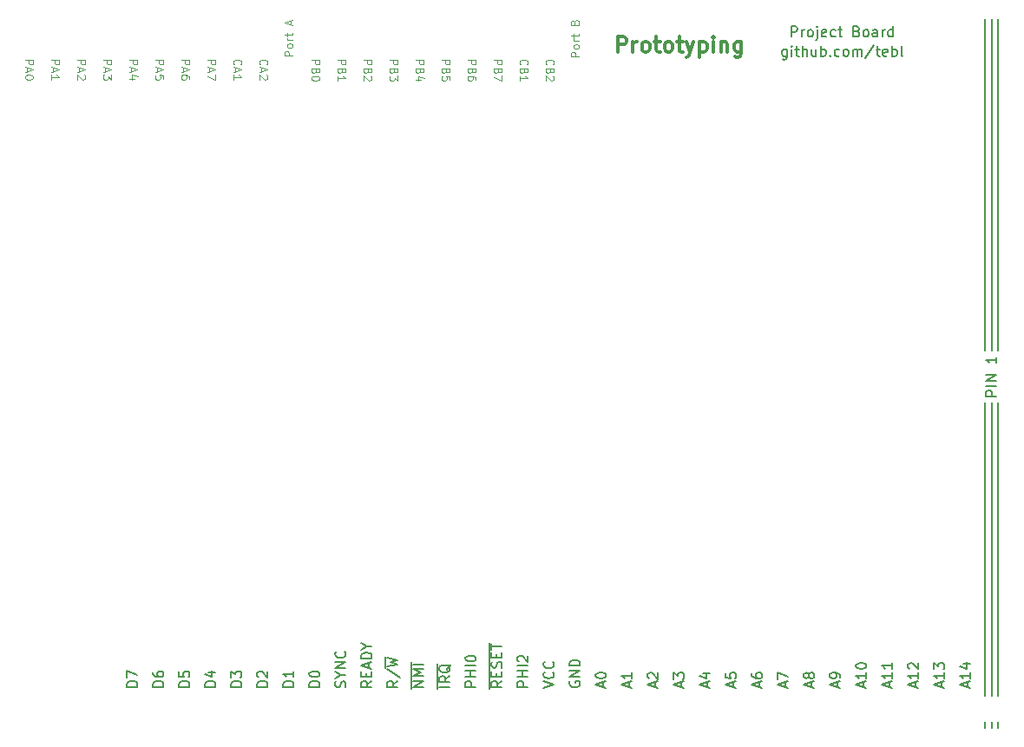
<source format=gto>
G04 #@! TF.FileFunction,Legend,Top*
%FSLAX46Y46*%
G04 Gerber Fmt 4.6, Leading zero omitted, Abs format (unit mm)*
G04 Created by KiCad (PCBNEW 4.0.7) date 12/31/19 01:04:41*
%MOMM*%
%LPD*%
G01*
G04 APERTURE LIST*
%ADD10C,0.100000*%
%ADD11C,0.150000*%
%ADD12C,0.200000*%
%ADD13C,0.300000*%
G04 APERTURE END LIST*
D10*
D11*
X195746667Y-143319524D02*
X195746667Y-142843333D01*
X196032381Y-143414762D02*
X195032381Y-143081429D01*
X196032381Y-142748095D01*
X196032381Y-141890952D02*
X196032381Y-142462381D01*
X196032381Y-142176667D02*
X195032381Y-142176667D01*
X195175238Y-142271905D01*
X195270476Y-142367143D01*
X195318095Y-142462381D01*
X195365714Y-141033809D02*
X196032381Y-141033809D01*
X194984762Y-141271905D02*
X195699048Y-141510000D01*
X195699048Y-140890952D01*
D12*
X198755000Y-110490000D02*
X198755000Y-80010000D01*
X198120000Y-80010000D02*
X198120000Y-110490000D01*
X197485000Y-110490000D02*
X197485000Y-80010000D01*
X198755000Y-146685000D02*
X198755000Y-147320000D01*
X198120000Y-146685000D02*
X198120000Y-147320000D01*
X197485000Y-146685000D02*
X197485000Y-147320000D01*
X198755000Y-115570000D02*
X198755000Y-144145000D01*
X198120000Y-144145000D02*
X198120000Y-115570000D01*
X197485000Y-115570000D02*
X197485000Y-144145000D01*
X198755000Y-80010000D02*
X198755000Y-78105000D01*
X198120000Y-80010000D02*
X198120000Y-78105000D01*
X197485000Y-80010000D02*
X197485000Y-78105000D01*
D10*
X126714286Y-82562619D02*
X126676190Y-82524524D01*
X126638095Y-82410238D01*
X126638095Y-82334048D01*
X126676190Y-82219762D01*
X126752381Y-82143571D01*
X126828571Y-82105476D01*
X126980952Y-82067381D01*
X127095238Y-82067381D01*
X127247619Y-82105476D01*
X127323810Y-82143571D01*
X127400000Y-82219762D01*
X127438095Y-82334048D01*
X127438095Y-82410238D01*
X127400000Y-82524524D01*
X127361905Y-82562619D01*
X126866667Y-82867381D02*
X126866667Y-83248333D01*
X126638095Y-82791190D02*
X127438095Y-83057857D01*
X126638095Y-83324524D01*
X127361905Y-83553095D02*
X127400000Y-83591190D01*
X127438095Y-83667381D01*
X127438095Y-83857857D01*
X127400000Y-83934047D01*
X127361905Y-83972143D01*
X127285714Y-84010238D01*
X127209524Y-84010238D01*
X127095238Y-83972143D01*
X126638095Y-83515000D01*
X126638095Y-84010238D01*
X124174286Y-82562619D02*
X124136190Y-82524524D01*
X124098095Y-82410238D01*
X124098095Y-82334048D01*
X124136190Y-82219762D01*
X124212381Y-82143571D01*
X124288571Y-82105476D01*
X124440952Y-82067381D01*
X124555238Y-82067381D01*
X124707619Y-82105476D01*
X124783810Y-82143571D01*
X124860000Y-82219762D01*
X124898095Y-82334048D01*
X124898095Y-82410238D01*
X124860000Y-82524524D01*
X124821905Y-82562619D01*
X124326667Y-82867381D02*
X124326667Y-83248333D01*
X124098095Y-82791190D02*
X124898095Y-83057857D01*
X124098095Y-83324524D01*
X124098095Y-84010238D02*
X124098095Y-83553095D01*
X124098095Y-83781666D02*
X124898095Y-83781666D01*
X124783810Y-83705476D01*
X124707619Y-83629285D01*
X124669524Y-83553095D01*
X121558095Y-82105476D02*
X122358095Y-82105476D01*
X122358095Y-82410238D01*
X122320000Y-82486429D01*
X122281905Y-82524524D01*
X122205714Y-82562619D01*
X122091429Y-82562619D01*
X122015238Y-82524524D01*
X121977143Y-82486429D01*
X121939048Y-82410238D01*
X121939048Y-82105476D01*
X121786667Y-82867381D02*
X121786667Y-83248333D01*
X121558095Y-82791190D02*
X122358095Y-83057857D01*
X121558095Y-83324524D01*
X122358095Y-83515000D02*
X122358095Y-84048333D01*
X121558095Y-83705476D01*
X119018095Y-82105476D02*
X119818095Y-82105476D01*
X119818095Y-82410238D01*
X119780000Y-82486429D01*
X119741905Y-82524524D01*
X119665714Y-82562619D01*
X119551429Y-82562619D01*
X119475238Y-82524524D01*
X119437143Y-82486429D01*
X119399048Y-82410238D01*
X119399048Y-82105476D01*
X119246667Y-82867381D02*
X119246667Y-83248333D01*
X119018095Y-82791190D02*
X119818095Y-83057857D01*
X119018095Y-83324524D01*
X119818095Y-83934047D02*
X119818095Y-83781666D01*
X119780000Y-83705476D01*
X119741905Y-83667381D01*
X119627619Y-83591190D01*
X119475238Y-83553095D01*
X119170476Y-83553095D01*
X119094286Y-83591190D01*
X119056190Y-83629285D01*
X119018095Y-83705476D01*
X119018095Y-83857857D01*
X119056190Y-83934047D01*
X119094286Y-83972143D01*
X119170476Y-84010238D01*
X119360952Y-84010238D01*
X119437143Y-83972143D01*
X119475238Y-83934047D01*
X119513333Y-83857857D01*
X119513333Y-83705476D01*
X119475238Y-83629285D01*
X119437143Y-83591190D01*
X119360952Y-83553095D01*
X116478095Y-82105476D02*
X117278095Y-82105476D01*
X117278095Y-82410238D01*
X117240000Y-82486429D01*
X117201905Y-82524524D01*
X117125714Y-82562619D01*
X117011429Y-82562619D01*
X116935238Y-82524524D01*
X116897143Y-82486429D01*
X116859048Y-82410238D01*
X116859048Y-82105476D01*
X116706667Y-82867381D02*
X116706667Y-83248333D01*
X116478095Y-82791190D02*
X117278095Y-83057857D01*
X116478095Y-83324524D01*
X117278095Y-83972143D02*
X117278095Y-83591190D01*
X116897143Y-83553095D01*
X116935238Y-83591190D01*
X116973333Y-83667381D01*
X116973333Y-83857857D01*
X116935238Y-83934047D01*
X116897143Y-83972143D01*
X116820952Y-84010238D01*
X116630476Y-84010238D01*
X116554286Y-83972143D01*
X116516190Y-83934047D01*
X116478095Y-83857857D01*
X116478095Y-83667381D01*
X116516190Y-83591190D01*
X116554286Y-83553095D01*
X113938095Y-82105476D02*
X114738095Y-82105476D01*
X114738095Y-82410238D01*
X114700000Y-82486429D01*
X114661905Y-82524524D01*
X114585714Y-82562619D01*
X114471429Y-82562619D01*
X114395238Y-82524524D01*
X114357143Y-82486429D01*
X114319048Y-82410238D01*
X114319048Y-82105476D01*
X114166667Y-82867381D02*
X114166667Y-83248333D01*
X113938095Y-82791190D02*
X114738095Y-83057857D01*
X113938095Y-83324524D01*
X114471429Y-83934047D02*
X113938095Y-83934047D01*
X114776190Y-83743571D02*
X114204762Y-83553095D01*
X114204762Y-84048333D01*
X111398095Y-82105476D02*
X112198095Y-82105476D01*
X112198095Y-82410238D01*
X112160000Y-82486429D01*
X112121905Y-82524524D01*
X112045714Y-82562619D01*
X111931429Y-82562619D01*
X111855238Y-82524524D01*
X111817143Y-82486429D01*
X111779048Y-82410238D01*
X111779048Y-82105476D01*
X111626667Y-82867381D02*
X111626667Y-83248333D01*
X111398095Y-82791190D02*
X112198095Y-83057857D01*
X111398095Y-83324524D01*
X112198095Y-83515000D02*
X112198095Y-84010238D01*
X111893333Y-83743571D01*
X111893333Y-83857857D01*
X111855238Y-83934047D01*
X111817143Y-83972143D01*
X111740952Y-84010238D01*
X111550476Y-84010238D01*
X111474286Y-83972143D01*
X111436190Y-83934047D01*
X111398095Y-83857857D01*
X111398095Y-83629285D01*
X111436190Y-83553095D01*
X111474286Y-83515000D01*
X108858095Y-82105476D02*
X109658095Y-82105476D01*
X109658095Y-82410238D01*
X109620000Y-82486429D01*
X109581905Y-82524524D01*
X109505714Y-82562619D01*
X109391429Y-82562619D01*
X109315238Y-82524524D01*
X109277143Y-82486429D01*
X109239048Y-82410238D01*
X109239048Y-82105476D01*
X109086667Y-82867381D02*
X109086667Y-83248333D01*
X108858095Y-82791190D02*
X109658095Y-83057857D01*
X108858095Y-83324524D01*
X109581905Y-83553095D02*
X109620000Y-83591190D01*
X109658095Y-83667381D01*
X109658095Y-83857857D01*
X109620000Y-83934047D01*
X109581905Y-83972143D01*
X109505714Y-84010238D01*
X109429524Y-84010238D01*
X109315238Y-83972143D01*
X108858095Y-83515000D01*
X108858095Y-84010238D01*
X106318095Y-82105476D02*
X107118095Y-82105476D01*
X107118095Y-82410238D01*
X107080000Y-82486429D01*
X107041905Y-82524524D01*
X106965714Y-82562619D01*
X106851429Y-82562619D01*
X106775238Y-82524524D01*
X106737143Y-82486429D01*
X106699048Y-82410238D01*
X106699048Y-82105476D01*
X106546667Y-82867381D02*
X106546667Y-83248333D01*
X106318095Y-82791190D02*
X107118095Y-83057857D01*
X106318095Y-83324524D01*
X106318095Y-84010238D02*
X106318095Y-83553095D01*
X106318095Y-83781666D02*
X107118095Y-83781666D01*
X107003810Y-83705476D01*
X106927619Y-83629285D01*
X106889524Y-83553095D01*
X103778095Y-82105476D02*
X104578095Y-82105476D01*
X104578095Y-82410238D01*
X104540000Y-82486429D01*
X104501905Y-82524524D01*
X104425714Y-82562619D01*
X104311429Y-82562619D01*
X104235238Y-82524524D01*
X104197143Y-82486429D01*
X104159048Y-82410238D01*
X104159048Y-82105476D01*
X104006667Y-82867381D02*
X104006667Y-83248333D01*
X103778095Y-82791190D02*
X104578095Y-83057857D01*
X103778095Y-83324524D01*
X104578095Y-83743571D02*
X104578095Y-83819762D01*
X104540000Y-83895952D01*
X104501905Y-83934047D01*
X104425714Y-83972143D01*
X104273333Y-84010238D01*
X104082857Y-84010238D01*
X103930476Y-83972143D01*
X103854286Y-83934047D01*
X103816190Y-83895952D01*
X103778095Y-83819762D01*
X103778095Y-83743571D01*
X103816190Y-83667381D01*
X103854286Y-83629285D01*
X103930476Y-83591190D01*
X104082857Y-83553095D01*
X104273333Y-83553095D01*
X104425714Y-83591190D01*
X104501905Y-83629285D01*
X104540000Y-83667381D01*
X104578095Y-83743571D01*
X154654286Y-82562619D02*
X154616190Y-82524524D01*
X154578095Y-82410238D01*
X154578095Y-82334048D01*
X154616190Y-82219762D01*
X154692381Y-82143571D01*
X154768571Y-82105476D01*
X154920952Y-82067381D01*
X155035238Y-82067381D01*
X155187619Y-82105476D01*
X155263810Y-82143571D01*
X155340000Y-82219762D01*
X155378095Y-82334048D01*
X155378095Y-82410238D01*
X155340000Y-82524524D01*
X155301905Y-82562619D01*
X154997143Y-83172143D02*
X154959048Y-83286429D01*
X154920952Y-83324524D01*
X154844762Y-83362619D01*
X154730476Y-83362619D01*
X154654286Y-83324524D01*
X154616190Y-83286429D01*
X154578095Y-83210238D01*
X154578095Y-82905476D01*
X155378095Y-82905476D01*
X155378095Y-83172143D01*
X155340000Y-83248333D01*
X155301905Y-83286429D01*
X155225714Y-83324524D01*
X155149524Y-83324524D01*
X155073333Y-83286429D01*
X155035238Y-83248333D01*
X154997143Y-83172143D01*
X154997143Y-82905476D01*
X155301905Y-83667381D02*
X155340000Y-83705476D01*
X155378095Y-83781667D01*
X155378095Y-83972143D01*
X155340000Y-84048333D01*
X155301905Y-84086429D01*
X155225714Y-84124524D01*
X155149524Y-84124524D01*
X155035238Y-84086429D01*
X154578095Y-83629286D01*
X154578095Y-84124524D01*
X152114286Y-82562619D02*
X152076190Y-82524524D01*
X152038095Y-82410238D01*
X152038095Y-82334048D01*
X152076190Y-82219762D01*
X152152381Y-82143571D01*
X152228571Y-82105476D01*
X152380952Y-82067381D01*
X152495238Y-82067381D01*
X152647619Y-82105476D01*
X152723810Y-82143571D01*
X152800000Y-82219762D01*
X152838095Y-82334048D01*
X152838095Y-82410238D01*
X152800000Y-82524524D01*
X152761905Y-82562619D01*
X152457143Y-83172143D02*
X152419048Y-83286429D01*
X152380952Y-83324524D01*
X152304762Y-83362619D01*
X152190476Y-83362619D01*
X152114286Y-83324524D01*
X152076190Y-83286429D01*
X152038095Y-83210238D01*
X152038095Y-82905476D01*
X152838095Y-82905476D01*
X152838095Y-83172143D01*
X152800000Y-83248333D01*
X152761905Y-83286429D01*
X152685714Y-83324524D01*
X152609524Y-83324524D01*
X152533333Y-83286429D01*
X152495238Y-83248333D01*
X152457143Y-83172143D01*
X152457143Y-82905476D01*
X152038095Y-84124524D02*
X152038095Y-83667381D01*
X152038095Y-83895952D02*
X152838095Y-83895952D01*
X152723810Y-83819762D01*
X152647619Y-83743571D01*
X152609524Y-83667381D01*
X149498095Y-82105476D02*
X150298095Y-82105476D01*
X150298095Y-82410238D01*
X150260000Y-82486429D01*
X150221905Y-82524524D01*
X150145714Y-82562619D01*
X150031429Y-82562619D01*
X149955238Y-82524524D01*
X149917143Y-82486429D01*
X149879048Y-82410238D01*
X149879048Y-82105476D01*
X149917143Y-83172143D02*
X149879048Y-83286429D01*
X149840952Y-83324524D01*
X149764762Y-83362619D01*
X149650476Y-83362619D01*
X149574286Y-83324524D01*
X149536190Y-83286429D01*
X149498095Y-83210238D01*
X149498095Y-82905476D01*
X150298095Y-82905476D01*
X150298095Y-83172143D01*
X150260000Y-83248333D01*
X150221905Y-83286429D01*
X150145714Y-83324524D01*
X150069524Y-83324524D01*
X149993333Y-83286429D01*
X149955238Y-83248333D01*
X149917143Y-83172143D01*
X149917143Y-82905476D01*
X150298095Y-83629286D02*
X150298095Y-84162619D01*
X149498095Y-83819762D01*
X146958095Y-82105476D02*
X147758095Y-82105476D01*
X147758095Y-82410238D01*
X147720000Y-82486429D01*
X147681905Y-82524524D01*
X147605714Y-82562619D01*
X147491429Y-82562619D01*
X147415238Y-82524524D01*
X147377143Y-82486429D01*
X147339048Y-82410238D01*
X147339048Y-82105476D01*
X147377143Y-83172143D02*
X147339048Y-83286429D01*
X147300952Y-83324524D01*
X147224762Y-83362619D01*
X147110476Y-83362619D01*
X147034286Y-83324524D01*
X146996190Y-83286429D01*
X146958095Y-83210238D01*
X146958095Y-82905476D01*
X147758095Y-82905476D01*
X147758095Y-83172143D01*
X147720000Y-83248333D01*
X147681905Y-83286429D01*
X147605714Y-83324524D01*
X147529524Y-83324524D01*
X147453333Y-83286429D01*
X147415238Y-83248333D01*
X147377143Y-83172143D01*
X147377143Y-82905476D01*
X147758095Y-84048333D02*
X147758095Y-83895952D01*
X147720000Y-83819762D01*
X147681905Y-83781667D01*
X147567619Y-83705476D01*
X147415238Y-83667381D01*
X147110476Y-83667381D01*
X147034286Y-83705476D01*
X146996190Y-83743571D01*
X146958095Y-83819762D01*
X146958095Y-83972143D01*
X146996190Y-84048333D01*
X147034286Y-84086429D01*
X147110476Y-84124524D01*
X147300952Y-84124524D01*
X147377143Y-84086429D01*
X147415238Y-84048333D01*
X147453333Y-83972143D01*
X147453333Y-83819762D01*
X147415238Y-83743571D01*
X147377143Y-83705476D01*
X147300952Y-83667381D01*
X144418095Y-82105476D02*
X145218095Y-82105476D01*
X145218095Y-82410238D01*
X145180000Y-82486429D01*
X145141905Y-82524524D01*
X145065714Y-82562619D01*
X144951429Y-82562619D01*
X144875238Y-82524524D01*
X144837143Y-82486429D01*
X144799048Y-82410238D01*
X144799048Y-82105476D01*
X144837143Y-83172143D02*
X144799048Y-83286429D01*
X144760952Y-83324524D01*
X144684762Y-83362619D01*
X144570476Y-83362619D01*
X144494286Y-83324524D01*
X144456190Y-83286429D01*
X144418095Y-83210238D01*
X144418095Y-82905476D01*
X145218095Y-82905476D01*
X145218095Y-83172143D01*
X145180000Y-83248333D01*
X145141905Y-83286429D01*
X145065714Y-83324524D01*
X144989524Y-83324524D01*
X144913333Y-83286429D01*
X144875238Y-83248333D01*
X144837143Y-83172143D01*
X144837143Y-82905476D01*
X145218095Y-84086429D02*
X145218095Y-83705476D01*
X144837143Y-83667381D01*
X144875238Y-83705476D01*
X144913333Y-83781667D01*
X144913333Y-83972143D01*
X144875238Y-84048333D01*
X144837143Y-84086429D01*
X144760952Y-84124524D01*
X144570476Y-84124524D01*
X144494286Y-84086429D01*
X144456190Y-84048333D01*
X144418095Y-83972143D01*
X144418095Y-83781667D01*
X144456190Y-83705476D01*
X144494286Y-83667381D01*
X141878095Y-82105476D02*
X142678095Y-82105476D01*
X142678095Y-82410238D01*
X142640000Y-82486429D01*
X142601905Y-82524524D01*
X142525714Y-82562619D01*
X142411429Y-82562619D01*
X142335238Y-82524524D01*
X142297143Y-82486429D01*
X142259048Y-82410238D01*
X142259048Y-82105476D01*
X142297143Y-83172143D02*
X142259048Y-83286429D01*
X142220952Y-83324524D01*
X142144762Y-83362619D01*
X142030476Y-83362619D01*
X141954286Y-83324524D01*
X141916190Y-83286429D01*
X141878095Y-83210238D01*
X141878095Y-82905476D01*
X142678095Y-82905476D01*
X142678095Y-83172143D01*
X142640000Y-83248333D01*
X142601905Y-83286429D01*
X142525714Y-83324524D01*
X142449524Y-83324524D01*
X142373333Y-83286429D01*
X142335238Y-83248333D01*
X142297143Y-83172143D01*
X142297143Y-82905476D01*
X142411429Y-84048333D02*
X141878095Y-84048333D01*
X142716190Y-83857857D02*
X142144762Y-83667381D01*
X142144762Y-84162619D01*
X139338095Y-82105476D02*
X140138095Y-82105476D01*
X140138095Y-82410238D01*
X140100000Y-82486429D01*
X140061905Y-82524524D01*
X139985714Y-82562619D01*
X139871429Y-82562619D01*
X139795238Y-82524524D01*
X139757143Y-82486429D01*
X139719048Y-82410238D01*
X139719048Y-82105476D01*
X139757143Y-83172143D02*
X139719048Y-83286429D01*
X139680952Y-83324524D01*
X139604762Y-83362619D01*
X139490476Y-83362619D01*
X139414286Y-83324524D01*
X139376190Y-83286429D01*
X139338095Y-83210238D01*
X139338095Y-82905476D01*
X140138095Y-82905476D01*
X140138095Y-83172143D01*
X140100000Y-83248333D01*
X140061905Y-83286429D01*
X139985714Y-83324524D01*
X139909524Y-83324524D01*
X139833333Y-83286429D01*
X139795238Y-83248333D01*
X139757143Y-83172143D01*
X139757143Y-82905476D01*
X140138095Y-83629286D02*
X140138095Y-84124524D01*
X139833333Y-83857857D01*
X139833333Y-83972143D01*
X139795238Y-84048333D01*
X139757143Y-84086429D01*
X139680952Y-84124524D01*
X139490476Y-84124524D01*
X139414286Y-84086429D01*
X139376190Y-84048333D01*
X139338095Y-83972143D01*
X139338095Y-83743571D01*
X139376190Y-83667381D01*
X139414286Y-83629286D01*
X136798095Y-82105476D02*
X137598095Y-82105476D01*
X137598095Y-82410238D01*
X137560000Y-82486429D01*
X137521905Y-82524524D01*
X137445714Y-82562619D01*
X137331429Y-82562619D01*
X137255238Y-82524524D01*
X137217143Y-82486429D01*
X137179048Y-82410238D01*
X137179048Y-82105476D01*
X137217143Y-83172143D02*
X137179048Y-83286429D01*
X137140952Y-83324524D01*
X137064762Y-83362619D01*
X136950476Y-83362619D01*
X136874286Y-83324524D01*
X136836190Y-83286429D01*
X136798095Y-83210238D01*
X136798095Y-82905476D01*
X137598095Y-82905476D01*
X137598095Y-83172143D01*
X137560000Y-83248333D01*
X137521905Y-83286429D01*
X137445714Y-83324524D01*
X137369524Y-83324524D01*
X137293333Y-83286429D01*
X137255238Y-83248333D01*
X137217143Y-83172143D01*
X137217143Y-82905476D01*
X137521905Y-83667381D02*
X137560000Y-83705476D01*
X137598095Y-83781667D01*
X137598095Y-83972143D01*
X137560000Y-84048333D01*
X137521905Y-84086429D01*
X137445714Y-84124524D01*
X137369524Y-84124524D01*
X137255238Y-84086429D01*
X136798095Y-83629286D01*
X136798095Y-84124524D01*
X134258095Y-82105476D02*
X135058095Y-82105476D01*
X135058095Y-82410238D01*
X135020000Y-82486429D01*
X134981905Y-82524524D01*
X134905714Y-82562619D01*
X134791429Y-82562619D01*
X134715238Y-82524524D01*
X134677143Y-82486429D01*
X134639048Y-82410238D01*
X134639048Y-82105476D01*
X134677143Y-83172143D02*
X134639048Y-83286429D01*
X134600952Y-83324524D01*
X134524762Y-83362619D01*
X134410476Y-83362619D01*
X134334286Y-83324524D01*
X134296190Y-83286429D01*
X134258095Y-83210238D01*
X134258095Y-82905476D01*
X135058095Y-82905476D01*
X135058095Y-83172143D01*
X135020000Y-83248333D01*
X134981905Y-83286429D01*
X134905714Y-83324524D01*
X134829524Y-83324524D01*
X134753333Y-83286429D01*
X134715238Y-83248333D01*
X134677143Y-83172143D01*
X134677143Y-82905476D01*
X134258095Y-84124524D02*
X134258095Y-83667381D01*
X134258095Y-83895952D02*
X135058095Y-83895952D01*
X134943810Y-83819762D01*
X134867619Y-83743571D01*
X134829524Y-83667381D01*
X131718095Y-82105476D02*
X132518095Y-82105476D01*
X132518095Y-82410238D01*
X132480000Y-82486429D01*
X132441905Y-82524524D01*
X132365714Y-82562619D01*
X132251429Y-82562619D01*
X132175238Y-82524524D01*
X132137143Y-82486429D01*
X132099048Y-82410238D01*
X132099048Y-82105476D01*
X132137143Y-83172143D02*
X132099048Y-83286429D01*
X132060952Y-83324524D01*
X131984762Y-83362619D01*
X131870476Y-83362619D01*
X131794286Y-83324524D01*
X131756190Y-83286429D01*
X131718095Y-83210238D01*
X131718095Y-82905476D01*
X132518095Y-82905476D01*
X132518095Y-83172143D01*
X132480000Y-83248333D01*
X132441905Y-83286429D01*
X132365714Y-83324524D01*
X132289524Y-83324524D01*
X132213333Y-83286429D01*
X132175238Y-83248333D01*
X132137143Y-83172143D01*
X132137143Y-82905476D01*
X132518095Y-83857857D02*
X132518095Y-83934048D01*
X132480000Y-84010238D01*
X132441905Y-84048333D01*
X132365714Y-84086429D01*
X132213333Y-84124524D01*
X132022857Y-84124524D01*
X131870476Y-84086429D01*
X131794286Y-84048333D01*
X131756190Y-84010238D01*
X131718095Y-83934048D01*
X131718095Y-83857857D01*
X131756190Y-83781667D01*
X131794286Y-83743571D01*
X131870476Y-83705476D01*
X132022857Y-83667381D01*
X132213333Y-83667381D01*
X132365714Y-83705476D01*
X132441905Y-83743571D01*
X132480000Y-83781667D01*
X132518095Y-83857857D01*
D11*
X147772381Y-143271905D02*
X146772381Y-143271905D01*
X146772381Y-142890952D01*
X146820000Y-142795714D01*
X146867619Y-142748095D01*
X146962857Y-142700476D01*
X147105714Y-142700476D01*
X147200952Y-142748095D01*
X147248571Y-142795714D01*
X147296190Y-142890952D01*
X147296190Y-143271905D01*
X147772381Y-142271905D02*
X146772381Y-142271905D01*
X147248571Y-142271905D02*
X147248571Y-141700476D01*
X147772381Y-141700476D02*
X146772381Y-141700476D01*
X147772381Y-141224286D02*
X146772381Y-141224286D01*
X146772381Y-140557620D02*
X146772381Y-140462381D01*
X146820000Y-140367143D01*
X146867619Y-140319524D01*
X146962857Y-140271905D01*
X147153333Y-140224286D01*
X147391429Y-140224286D01*
X147581905Y-140271905D01*
X147677143Y-140319524D01*
X147724762Y-140367143D01*
X147772381Y-140462381D01*
X147772381Y-140557620D01*
X147724762Y-140652858D01*
X147677143Y-140700477D01*
X147581905Y-140748096D01*
X147391429Y-140795715D01*
X147153333Y-140795715D01*
X146962857Y-140748096D01*
X146867619Y-140700477D01*
X146820000Y-140652858D01*
X146772381Y-140557620D01*
X193206667Y-143319524D02*
X193206667Y-142843333D01*
X193492381Y-143414762D02*
X192492381Y-143081429D01*
X193492381Y-142748095D01*
X193492381Y-141890952D02*
X193492381Y-142462381D01*
X193492381Y-142176667D02*
X192492381Y-142176667D01*
X192635238Y-142271905D01*
X192730476Y-142367143D01*
X192778095Y-142462381D01*
X192492381Y-141557619D02*
X192492381Y-140938571D01*
X192873333Y-141271905D01*
X192873333Y-141129047D01*
X192920952Y-141033809D01*
X192968571Y-140986190D01*
X193063810Y-140938571D01*
X193301905Y-140938571D01*
X193397143Y-140986190D01*
X193444762Y-141033809D01*
X193492381Y-141129047D01*
X193492381Y-141414762D01*
X193444762Y-141510000D01*
X193397143Y-141557619D01*
X190666667Y-143319524D02*
X190666667Y-142843333D01*
X190952381Y-143414762D02*
X189952381Y-143081429D01*
X190952381Y-142748095D01*
X190952381Y-141890952D02*
X190952381Y-142462381D01*
X190952381Y-142176667D02*
X189952381Y-142176667D01*
X190095238Y-142271905D01*
X190190476Y-142367143D01*
X190238095Y-142462381D01*
X190047619Y-141510000D02*
X190000000Y-141462381D01*
X189952381Y-141367143D01*
X189952381Y-141129047D01*
X190000000Y-141033809D01*
X190047619Y-140986190D01*
X190142857Y-140938571D01*
X190238095Y-140938571D01*
X190380952Y-140986190D01*
X190952381Y-141557619D01*
X190952381Y-140938571D01*
X188126667Y-143319524D02*
X188126667Y-142843333D01*
X188412381Y-143414762D02*
X187412381Y-143081429D01*
X188412381Y-142748095D01*
X188412381Y-141890952D02*
X188412381Y-142462381D01*
X188412381Y-142176667D02*
X187412381Y-142176667D01*
X187555238Y-142271905D01*
X187650476Y-142367143D01*
X187698095Y-142462381D01*
X188412381Y-140938571D02*
X188412381Y-141510000D01*
X188412381Y-141224286D02*
X187412381Y-141224286D01*
X187555238Y-141319524D01*
X187650476Y-141414762D01*
X187698095Y-141510000D01*
X185586667Y-143319524D02*
X185586667Y-142843333D01*
X185872381Y-143414762D02*
X184872381Y-143081429D01*
X185872381Y-142748095D01*
X185872381Y-141890952D02*
X185872381Y-142462381D01*
X185872381Y-142176667D02*
X184872381Y-142176667D01*
X185015238Y-142271905D01*
X185110476Y-142367143D01*
X185158095Y-142462381D01*
X184872381Y-141271905D02*
X184872381Y-141176666D01*
X184920000Y-141081428D01*
X184967619Y-141033809D01*
X185062857Y-140986190D01*
X185253333Y-140938571D01*
X185491429Y-140938571D01*
X185681905Y-140986190D01*
X185777143Y-141033809D01*
X185824762Y-141081428D01*
X185872381Y-141176666D01*
X185872381Y-141271905D01*
X185824762Y-141367143D01*
X185777143Y-141414762D01*
X185681905Y-141462381D01*
X185491429Y-141510000D01*
X185253333Y-141510000D01*
X185062857Y-141462381D01*
X184967619Y-141414762D01*
X184920000Y-141367143D01*
X184872381Y-141271905D01*
X183046667Y-143319524D02*
X183046667Y-142843333D01*
X183332381Y-143414762D02*
X182332381Y-143081429D01*
X183332381Y-142748095D01*
X183332381Y-142367143D02*
X183332381Y-142176667D01*
X183284762Y-142081428D01*
X183237143Y-142033809D01*
X183094286Y-141938571D01*
X182903810Y-141890952D01*
X182522857Y-141890952D01*
X182427619Y-141938571D01*
X182380000Y-141986190D01*
X182332381Y-142081428D01*
X182332381Y-142271905D01*
X182380000Y-142367143D01*
X182427619Y-142414762D01*
X182522857Y-142462381D01*
X182760952Y-142462381D01*
X182856190Y-142414762D01*
X182903810Y-142367143D01*
X182951429Y-142271905D01*
X182951429Y-142081428D01*
X182903810Y-141986190D01*
X182856190Y-141938571D01*
X182760952Y-141890952D01*
X180506667Y-143319524D02*
X180506667Y-142843333D01*
X180792381Y-143414762D02*
X179792381Y-143081429D01*
X180792381Y-142748095D01*
X180220952Y-142271905D02*
X180173333Y-142367143D01*
X180125714Y-142414762D01*
X180030476Y-142462381D01*
X179982857Y-142462381D01*
X179887619Y-142414762D01*
X179840000Y-142367143D01*
X179792381Y-142271905D01*
X179792381Y-142081428D01*
X179840000Y-141986190D01*
X179887619Y-141938571D01*
X179982857Y-141890952D01*
X180030476Y-141890952D01*
X180125714Y-141938571D01*
X180173333Y-141986190D01*
X180220952Y-142081428D01*
X180220952Y-142271905D01*
X180268571Y-142367143D01*
X180316190Y-142414762D01*
X180411429Y-142462381D01*
X180601905Y-142462381D01*
X180697143Y-142414762D01*
X180744762Y-142367143D01*
X180792381Y-142271905D01*
X180792381Y-142081428D01*
X180744762Y-141986190D01*
X180697143Y-141938571D01*
X180601905Y-141890952D01*
X180411429Y-141890952D01*
X180316190Y-141938571D01*
X180268571Y-141986190D01*
X180220952Y-142081428D01*
X177966667Y-143319524D02*
X177966667Y-142843333D01*
X178252381Y-143414762D02*
X177252381Y-143081429D01*
X178252381Y-142748095D01*
X177252381Y-142510000D02*
X177252381Y-141843333D01*
X178252381Y-142271905D01*
X175426667Y-143319524D02*
X175426667Y-142843333D01*
X175712381Y-143414762D02*
X174712381Y-143081429D01*
X175712381Y-142748095D01*
X174712381Y-141986190D02*
X174712381Y-142176667D01*
X174760000Y-142271905D01*
X174807619Y-142319524D01*
X174950476Y-142414762D01*
X175140952Y-142462381D01*
X175521905Y-142462381D01*
X175617143Y-142414762D01*
X175664762Y-142367143D01*
X175712381Y-142271905D01*
X175712381Y-142081428D01*
X175664762Y-141986190D01*
X175617143Y-141938571D01*
X175521905Y-141890952D01*
X175283810Y-141890952D01*
X175188571Y-141938571D01*
X175140952Y-141986190D01*
X175093333Y-142081428D01*
X175093333Y-142271905D01*
X175140952Y-142367143D01*
X175188571Y-142414762D01*
X175283810Y-142462381D01*
X172886667Y-143319524D02*
X172886667Y-142843333D01*
X173172381Y-143414762D02*
X172172381Y-143081429D01*
X173172381Y-142748095D01*
X172172381Y-141938571D02*
X172172381Y-142414762D01*
X172648571Y-142462381D01*
X172600952Y-142414762D01*
X172553333Y-142319524D01*
X172553333Y-142081428D01*
X172600952Y-141986190D01*
X172648571Y-141938571D01*
X172743810Y-141890952D01*
X172981905Y-141890952D01*
X173077143Y-141938571D01*
X173124762Y-141986190D01*
X173172381Y-142081428D01*
X173172381Y-142319524D01*
X173124762Y-142414762D01*
X173077143Y-142462381D01*
X170346667Y-143319524D02*
X170346667Y-142843333D01*
X170632381Y-143414762D02*
X169632381Y-143081429D01*
X170632381Y-142748095D01*
X169965714Y-141986190D02*
X170632381Y-141986190D01*
X169584762Y-142224286D02*
X170299048Y-142462381D01*
X170299048Y-141843333D01*
X167806667Y-143319524D02*
X167806667Y-142843333D01*
X168092381Y-143414762D02*
X167092381Y-143081429D01*
X168092381Y-142748095D01*
X167092381Y-142510000D02*
X167092381Y-141890952D01*
X167473333Y-142224286D01*
X167473333Y-142081428D01*
X167520952Y-141986190D01*
X167568571Y-141938571D01*
X167663810Y-141890952D01*
X167901905Y-141890952D01*
X167997143Y-141938571D01*
X168044762Y-141986190D01*
X168092381Y-142081428D01*
X168092381Y-142367143D01*
X168044762Y-142462381D01*
X167997143Y-142510000D01*
X165266667Y-143319524D02*
X165266667Y-142843333D01*
X165552381Y-143414762D02*
X164552381Y-143081429D01*
X165552381Y-142748095D01*
X164647619Y-142462381D02*
X164600000Y-142414762D01*
X164552381Y-142319524D01*
X164552381Y-142081428D01*
X164600000Y-141986190D01*
X164647619Y-141938571D01*
X164742857Y-141890952D01*
X164838095Y-141890952D01*
X164980952Y-141938571D01*
X165552381Y-142510000D01*
X165552381Y-141890952D01*
X162726667Y-143319524D02*
X162726667Y-142843333D01*
X163012381Y-143414762D02*
X162012381Y-143081429D01*
X163012381Y-142748095D01*
X163012381Y-141890952D02*
X163012381Y-142462381D01*
X163012381Y-142176667D02*
X162012381Y-142176667D01*
X162155238Y-142271905D01*
X162250476Y-142367143D01*
X162298095Y-142462381D01*
X160186667Y-143319524D02*
X160186667Y-142843333D01*
X160472381Y-143414762D02*
X159472381Y-143081429D01*
X160472381Y-142748095D01*
X159472381Y-142224286D02*
X159472381Y-142129047D01*
X159520000Y-142033809D01*
X159567619Y-141986190D01*
X159662857Y-141938571D01*
X159853333Y-141890952D01*
X160091429Y-141890952D01*
X160281905Y-141938571D01*
X160377143Y-141986190D01*
X160424762Y-142033809D01*
X160472381Y-142129047D01*
X160472381Y-142224286D01*
X160424762Y-142319524D01*
X160377143Y-142367143D01*
X160281905Y-142414762D01*
X160091429Y-142462381D01*
X159853333Y-142462381D01*
X159662857Y-142414762D01*
X159567619Y-142367143D01*
X159520000Y-142319524D01*
X159472381Y-142224286D01*
X156980000Y-142748095D02*
X156932381Y-142843333D01*
X156932381Y-142986190D01*
X156980000Y-143129048D01*
X157075238Y-143224286D01*
X157170476Y-143271905D01*
X157360952Y-143319524D01*
X157503810Y-143319524D01*
X157694286Y-143271905D01*
X157789524Y-143224286D01*
X157884762Y-143129048D01*
X157932381Y-142986190D01*
X157932381Y-142890952D01*
X157884762Y-142748095D01*
X157837143Y-142700476D01*
X157503810Y-142700476D01*
X157503810Y-142890952D01*
X157932381Y-142271905D02*
X156932381Y-142271905D01*
X157932381Y-141700476D01*
X156932381Y-141700476D01*
X157932381Y-141224286D02*
X156932381Y-141224286D01*
X156932381Y-140986191D01*
X156980000Y-140843333D01*
X157075238Y-140748095D01*
X157170476Y-140700476D01*
X157360952Y-140652857D01*
X157503810Y-140652857D01*
X157694286Y-140700476D01*
X157789524Y-140748095D01*
X157884762Y-140843333D01*
X157932381Y-140986191D01*
X157932381Y-141224286D01*
X154392381Y-143414762D02*
X155392381Y-143081429D01*
X154392381Y-142748095D01*
X155297143Y-141843333D02*
X155344762Y-141890952D01*
X155392381Y-142033809D01*
X155392381Y-142129047D01*
X155344762Y-142271905D01*
X155249524Y-142367143D01*
X155154286Y-142414762D01*
X154963810Y-142462381D01*
X154820952Y-142462381D01*
X154630476Y-142414762D01*
X154535238Y-142367143D01*
X154440000Y-142271905D01*
X154392381Y-142129047D01*
X154392381Y-142033809D01*
X154440000Y-141890952D01*
X154487619Y-141843333D01*
X155297143Y-140843333D02*
X155344762Y-140890952D01*
X155392381Y-141033809D01*
X155392381Y-141129047D01*
X155344762Y-141271905D01*
X155249524Y-141367143D01*
X155154286Y-141414762D01*
X154963810Y-141462381D01*
X154820952Y-141462381D01*
X154630476Y-141414762D01*
X154535238Y-141367143D01*
X154440000Y-141271905D01*
X154392381Y-141129047D01*
X154392381Y-141033809D01*
X154440000Y-140890952D01*
X154487619Y-140843333D01*
X152852381Y-143271905D02*
X151852381Y-143271905D01*
X151852381Y-142890952D01*
X151900000Y-142795714D01*
X151947619Y-142748095D01*
X152042857Y-142700476D01*
X152185714Y-142700476D01*
X152280952Y-142748095D01*
X152328571Y-142795714D01*
X152376190Y-142890952D01*
X152376190Y-143271905D01*
X152852381Y-142271905D02*
X151852381Y-142271905D01*
X152328571Y-142271905D02*
X152328571Y-141700476D01*
X152852381Y-141700476D02*
X151852381Y-141700476D01*
X152852381Y-141224286D02*
X151852381Y-141224286D01*
X151947619Y-140795715D02*
X151900000Y-140748096D01*
X151852381Y-140652858D01*
X151852381Y-140414762D01*
X151900000Y-140319524D01*
X151947619Y-140271905D01*
X152042857Y-140224286D01*
X152138095Y-140224286D01*
X152280952Y-140271905D01*
X152852381Y-140843334D01*
X152852381Y-140224286D01*
X150312381Y-142700476D02*
X149836190Y-143033810D01*
X150312381Y-143271905D02*
X149312381Y-143271905D01*
X149312381Y-142890952D01*
X149360000Y-142795714D01*
X149407619Y-142748095D01*
X149502857Y-142700476D01*
X149645714Y-142700476D01*
X149740952Y-142748095D01*
X149788571Y-142795714D01*
X149836190Y-142890952D01*
X149836190Y-143271905D01*
X149788571Y-142271905D02*
X149788571Y-141938571D01*
X150312381Y-141795714D02*
X150312381Y-142271905D01*
X149312381Y-142271905D01*
X149312381Y-141795714D01*
X150264762Y-141414762D02*
X150312381Y-141271905D01*
X150312381Y-141033809D01*
X150264762Y-140938571D01*
X150217143Y-140890952D01*
X150121905Y-140843333D01*
X150026667Y-140843333D01*
X149931429Y-140890952D01*
X149883810Y-140938571D01*
X149836190Y-141033809D01*
X149788571Y-141224286D01*
X149740952Y-141319524D01*
X149693333Y-141367143D01*
X149598095Y-141414762D01*
X149502857Y-141414762D01*
X149407619Y-141367143D01*
X149360000Y-141319524D01*
X149312381Y-141224286D01*
X149312381Y-140986190D01*
X149360000Y-140843333D01*
X149788571Y-140414762D02*
X149788571Y-140081428D01*
X150312381Y-139938571D02*
X150312381Y-140414762D01*
X149312381Y-140414762D01*
X149312381Y-139938571D01*
X149312381Y-139652857D02*
X149312381Y-139081428D01*
X150312381Y-139367143D02*
X149312381Y-139367143D01*
X149140000Y-143510000D02*
X149140000Y-138986190D01*
X145232381Y-143271905D02*
X144232381Y-143271905D01*
X145232381Y-142224286D02*
X144756190Y-142557620D01*
X145232381Y-142795715D02*
X144232381Y-142795715D01*
X144232381Y-142414762D01*
X144280000Y-142319524D01*
X144327619Y-142271905D01*
X144422857Y-142224286D01*
X144565714Y-142224286D01*
X144660952Y-142271905D01*
X144708571Y-142319524D01*
X144756190Y-142414762D01*
X144756190Y-142795715D01*
X145327619Y-141129048D02*
X145280000Y-141224286D01*
X145184762Y-141319524D01*
X145041905Y-141462381D01*
X144994286Y-141557620D01*
X144994286Y-141652858D01*
X145232381Y-141605239D02*
X145184762Y-141700477D01*
X145089524Y-141795715D01*
X144899048Y-141843334D01*
X144565714Y-141843334D01*
X144375238Y-141795715D01*
X144280000Y-141700477D01*
X144232381Y-141605239D01*
X144232381Y-141414762D01*
X144280000Y-141319524D01*
X144375238Y-141224286D01*
X144565714Y-141176667D01*
X144899048Y-141176667D01*
X145089524Y-141224286D01*
X145184762Y-141319524D01*
X145232381Y-141414762D01*
X145232381Y-141605239D01*
X144060000Y-143510000D02*
X144060000Y-140986191D01*
X142692381Y-143271905D02*
X141692381Y-143271905D01*
X142692381Y-142700476D01*
X141692381Y-142700476D01*
X142692381Y-142224286D02*
X141692381Y-142224286D01*
X142406667Y-141890952D01*
X141692381Y-141557619D01*
X142692381Y-141557619D01*
X142692381Y-141081429D02*
X141692381Y-141081429D01*
X141520000Y-143510000D02*
X141520000Y-140843334D01*
X140152381Y-142700476D02*
X139676190Y-143033810D01*
X140152381Y-143271905D02*
X139152381Y-143271905D01*
X139152381Y-142890952D01*
X139200000Y-142795714D01*
X139247619Y-142748095D01*
X139342857Y-142700476D01*
X139485714Y-142700476D01*
X139580952Y-142748095D01*
X139628571Y-142795714D01*
X139676190Y-142890952D01*
X139676190Y-143271905D01*
X139104762Y-141557619D02*
X140390476Y-142414762D01*
X139152381Y-141319524D02*
X140152381Y-141081429D01*
X139438095Y-140890952D01*
X140152381Y-140700476D01*
X139152381Y-140462381D01*
X138980000Y-141462381D02*
X138980000Y-140319524D01*
X137612381Y-142700476D02*
X137136190Y-143033810D01*
X137612381Y-143271905D02*
X136612381Y-143271905D01*
X136612381Y-142890952D01*
X136660000Y-142795714D01*
X136707619Y-142748095D01*
X136802857Y-142700476D01*
X136945714Y-142700476D01*
X137040952Y-142748095D01*
X137088571Y-142795714D01*
X137136190Y-142890952D01*
X137136190Y-143271905D01*
X137088571Y-142271905D02*
X137088571Y-141938571D01*
X137612381Y-141795714D02*
X137612381Y-142271905D01*
X136612381Y-142271905D01*
X136612381Y-141795714D01*
X137326667Y-141414762D02*
X137326667Y-140938571D01*
X137612381Y-141510000D02*
X136612381Y-141176667D01*
X137612381Y-140843333D01*
X137612381Y-140510000D02*
X136612381Y-140510000D01*
X136612381Y-140271905D01*
X136660000Y-140129047D01*
X136755238Y-140033809D01*
X136850476Y-139986190D01*
X137040952Y-139938571D01*
X137183810Y-139938571D01*
X137374286Y-139986190D01*
X137469524Y-140033809D01*
X137564762Y-140129047D01*
X137612381Y-140271905D01*
X137612381Y-140510000D01*
X137136190Y-139319524D02*
X137612381Y-139319524D01*
X136612381Y-139652857D02*
X137136190Y-139319524D01*
X136612381Y-138986190D01*
X135024762Y-143319524D02*
X135072381Y-143176667D01*
X135072381Y-142938571D01*
X135024762Y-142843333D01*
X134977143Y-142795714D01*
X134881905Y-142748095D01*
X134786667Y-142748095D01*
X134691429Y-142795714D01*
X134643810Y-142843333D01*
X134596190Y-142938571D01*
X134548571Y-143129048D01*
X134500952Y-143224286D01*
X134453333Y-143271905D01*
X134358095Y-143319524D01*
X134262857Y-143319524D01*
X134167619Y-143271905D01*
X134120000Y-143224286D01*
X134072381Y-143129048D01*
X134072381Y-142890952D01*
X134120000Y-142748095D01*
X134596190Y-142129048D02*
X135072381Y-142129048D01*
X134072381Y-142462381D02*
X134596190Y-142129048D01*
X134072381Y-141795714D01*
X135072381Y-141462381D02*
X134072381Y-141462381D01*
X135072381Y-140890952D01*
X134072381Y-140890952D01*
X134977143Y-139843333D02*
X135024762Y-139890952D01*
X135072381Y-140033809D01*
X135072381Y-140129047D01*
X135024762Y-140271905D01*
X134929524Y-140367143D01*
X134834286Y-140414762D01*
X134643810Y-140462381D01*
X134500952Y-140462381D01*
X134310476Y-140414762D01*
X134215238Y-140367143D01*
X134120000Y-140271905D01*
X134072381Y-140129047D01*
X134072381Y-140033809D01*
X134120000Y-139890952D01*
X134167619Y-139843333D01*
X132532381Y-143271905D02*
X131532381Y-143271905D01*
X131532381Y-143033810D01*
X131580000Y-142890952D01*
X131675238Y-142795714D01*
X131770476Y-142748095D01*
X131960952Y-142700476D01*
X132103810Y-142700476D01*
X132294286Y-142748095D01*
X132389524Y-142795714D01*
X132484762Y-142890952D01*
X132532381Y-143033810D01*
X132532381Y-143271905D01*
X131532381Y-142081429D02*
X131532381Y-141986190D01*
X131580000Y-141890952D01*
X131627619Y-141843333D01*
X131722857Y-141795714D01*
X131913333Y-141748095D01*
X132151429Y-141748095D01*
X132341905Y-141795714D01*
X132437143Y-141843333D01*
X132484762Y-141890952D01*
X132532381Y-141986190D01*
X132532381Y-142081429D01*
X132484762Y-142176667D01*
X132437143Y-142224286D01*
X132341905Y-142271905D01*
X132151429Y-142319524D01*
X131913333Y-142319524D01*
X131722857Y-142271905D01*
X131627619Y-142224286D01*
X131580000Y-142176667D01*
X131532381Y-142081429D01*
X129992381Y-143271905D02*
X128992381Y-143271905D01*
X128992381Y-143033810D01*
X129040000Y-142890952D01*
X129135238Y-142795714D01*
X129230476Y-142748095D01*
X129420952Y-142700476D01*
X129563810Y-142700476D01*
X129754286Y-142748095D01*
X129849524Y-142795714D01*
X129944762Y-142890952D01*
X129992381Y-143033810D01*
X129992381Y-143271905D01*
X129992381Y-141748095D02*
X129992381Y-142319524D01*
X129992381Y-142033810D02*
X128992381Y-142033810D01*
X129135238Y-142129048D01*
X129230476Y-142224286D01*
X129278095Y-142319524D01*
X127452381Y-143271905D02*
X126452381Y-143271905D01*
X126452381Y-143033810D01*
X126500000Y-142890952D01*
X126595238Y-142795714D01*
X126690476Y-142748095D01*
X126880952Y-142700476D01*
X127023810Y-142700476D01*
X127214286Y-142748095D01*
X127309524Y-142795714D01*
X127404762Y-142890952D01*
X127452381Y-143033810D01*
X127452381Y-143271905D01*
X126547619Y-142319524D02*
X126500000Y-142271905D01*
X126452381Y-142176667D01*
X126452381Y-141938571D01*
X126500000Y-141843333D01*
X126547619Y-141795714D01*
X126642857Y-141748095D01*
X126738095Y-141748095D01*
X126880952Y-141795714D01*
X127452381Y-142367143D01*
X127452381Y-141748095D01*
X124912381Y-143271905D02*
X123912381Y-143271905D01*
X123912381Y-143033810D01*
X123960000Y-142890952D01*
X124055238Y-142795714D01*
X124150476Y-142748095D01*
X124340952Y-142700476D01*
X124483810Y-142700476D01*
X124674286Y-142748095D01*
X124769524Y-142795714D01*
X124864762Y-142890952D01*
X124912381Y-143033810D01*
X124912381Y-143271905D01*
X123912381Y-142367143D02*
X123912381Y-141748095D01*
X124293333Y-142081429D01*
X124293333Y-141938571D01*
X124340952Y-141843333D01*
X124388571Y-141795714D01*
X124483810Y-141748095D01*
X124721905Y-141748095D01*
X124817143Y-141795714D01*
X124864762Y-141843333D01*
X124912381Y-141938571D01*
X124912381Y-142224286D01*
X124864762Y-142319524D01*
X124817143Y-142367143D01*
X122372381Y-143271905D02*
X121372381Y-143271905D01*
X121372381Y-143033810D01*
X121420000Y-142890952D01*
X121515238Y-142795714D01*
X121610476Y-142748095D01*
X121800952Y-142700476D01*
X121943810Y-142700476D01*
X122134286Y-142748095D01*
X122229524Y-142795714D01*
X122324762Y-142890952D01*
X122372381Y-143033810D01*
X122372381Y-143271905D01*
X121705714Y-141843333D02*
X122372381Y-141843333D01*
X121324762Y-142081429D02*
X122039048Y-142319524D01*
X122039048Y-141700476D01*
X119832381Y-143271905D02*
X118832381Y-143271905D01*
X118832381Y-143033810D01*
X118880000Y-142890952D01*
X118975238Y-142795714D01*
X119070476Y-142748095D01*
X119260952Y-142700476D01*
X119403810Y-142700476D01*
X119594286Y-142748095D01*
X119689524Y-142795714D01*
X119784762Y-142890952D01*
X119832381Y-143033810D01*
X119832381Y-143271905D01*
X118832381Y-141795714D02*
X118832381Y-142271905D01*
X119308571Y-142319524D01*
X119260952Y-142271905D01*
X119213333Y-142176667D01*
X119213333Y-141938571D01*
X119260952Y-141843333D01*
X119308571Y-141795714D01*
X119403810Y-141748095D01*
X119641905Y-141748095D01*
X119737143Y-141795714D01*
X119784762Y-141843333D01*
X119832381Y-141938571D01*
X119832381Y-142176667D01*
X119784762Y-142271905D01*
X119737143Y-142319524D01*
X117292381Y-143271905D02*
X116292381Y-143271905D01*
X116292381Y-143033810D01*
X116340000Y-142890952D01*
X116435238Y-142795714D01*
X116530476Y-142748095D01*
X116720952Y-142700476D01*
X116863810Y-142700476D01*
X117054286Y-142748095D01*
X117149524Y-142795714D01*
X117244762Y-142890952D01*
X117292381Y-143033810D01*
X117292381Y-143271905D01*
X116292381Y-141843333D02*
X116292381Y-142033810D01*
X116340000Y-142129048D01*
X116387619Y-142176667D01*
X116530476Y-142271905D01*
X116720952Y-142319524D01*
X117101905Y-142319524D01*
X117197143Y-142271905D01*
X117244762Y-142224286D01*
X117292381Y-142129048D01*
X117292381Y-141938571D01*
X117244762Y-141843333D01*
X117197143Y-141795714D01*
X117101905Y-141748095D01*
X116863810Y-141748095D01*
X116768571Y-141795714D01*
X116720952Y-141843333D01*
X116673333Y-141938571D01*
X116673333Y-142129048D01*
X116720952Y-142224286D01*
X116768571Y-142271905D01*
X116863810Y-142319524D01*
X114752381Y-143271905D02*
X113752381Y-143271905D01*
X113752381Y-143033810D01*
X113800000Y-142890952D01*
X113895238Y-142795714D01*
X113990476Y-142748095D01*
X114180952Y-142700476D01*
X114323810Y-142700476D01*
X114514286Y-142748095D01*
X114609524Y-142795714D01*
X114704762Y-142890952D01*
X114752381Y-143033810D01*
X114752381Y-143271905D01*
X113752381Y-142367143D02*
X113752381Y-141700476D01*
X114752381Y-142129048D01*
X178110238Y-81065714D02*
X178110238Y-81875238D01*
X178062619Y-81970476D01*
X178015000Y-82018095D01*
X177919761Y-82065714D01*
X177776904Y-82065714D01*
X177681666Y-82018095D01*
X178110238Y-81684762D02*
X178015000Y-81732381D01*
X177824523Y-81732381D01*
X177729285Y-81684762D01*
X177681666Y-81637143D01*
X177634047Y-81541905D01*
X177634047Y-81256190D01*
X177681666Y-81160952D01*
X177729285Y-81113333D01*
X177824523Y-81065714D01*
X178015000Y-81065714D01*
X178110238Y-81113333D01*
X178586428Y-81732381D02*
X178586428Y-81065714D01*
X178586428Y-80732381D02*
X178538809Y-80780000D01*
X178586428Y-80827619D01*
X178634047Y-80780000D01*
X178586428Y-80732381D01*
X178586428Y-80827619D01*
X178919761Y-81065714D02*
X179300713Y-81065714D01*
X179062618Y-80732381D02*
X179062618Y-81589524D01*
X179110237Y-81684762D01*
X179205475Y-81732381D01*
X179300713Y-81732381D01*
X179634047Y-81732381D02*
X179634047Y-80732381D01*
X180062619Y-81732381D02*
X180062619Y-81208571D01*
X180015000Y-81113333D01*
X179919762Y-81065714D01*
X179776904Y-81065714D01*
X179681666Y-81113333D01*
X179634047Y-81160952D01*
X180967381Y-81065714D02*
X180967381Y-81732381D01*
X180538809Y-81065714D02*
X180538809Y-81589524D01*
X180586428Y-81684762D01*
X180681666Y-81732381D01*
X180824524Y-81732381D01*
X180919762Y-81684762D01*
X180967381Y-81637143D01*
X181443571Y-81732381D02*
X181443571Y-80732381D01*
X181443571Y-81113333D02*
X181538809Y-81065714D01*
X181729286Y-81065714D01*
X181824524Y-81113333D01*
X181872143Y-81160952D01*
X181919762Y-81256190D01*
X181919762Y-81541905D01*
X181872143Y-81637143D01*
X181824524Y-81684762D01*
X181729286Y-81732381D01*
X181538809Y-81732381D01*
X181443571Y-81684762D01*
X182348333Y-81637143D02*
X182395952Y-81684762D01*
X182348333Y-81732381D01*
X182300714Y-81684762D01*
X182348333Y-81637143D01*
X182348333Y-81732381D01*
X183253095Y-81684762D02*
X183157857Y-81732381D01*
X182967380Y-81732381D01*
X182872142Y-81684762D01*
X182824523Y-81637143D01*
X182776904Y-81541905D01*
X182776904Y-81256190D01*
X182824523Y-81160952D01*
X182872142Y-81113333D01*
X182967380Y-81065714D01*
X183157857Y-81065714D01*
X183253095Y-81113333D01*
X183824523Y-81732381D02*
X183729285Y-81684762D01*
X183681666Y-81637143D01*
X183634047Y-81541905D01*
X183634047Y-81256190D01*
X183681666Y-81160952D01*
X183729285Y-81113333D01*
X183824523Y-81065714D01*
X183967381Y-81065714D01*
X184062619Y-81113333D01*
X184110238Y-81160952D01*
X184157857Y-81256190D01*
X184157857Y-81541905D01*
X184110238Y-81637143D01*
X184062619Y-81684762D01*
X183967381Y-81732381D01*
X183824523Y-81732381D01*
X184586428Y-81732381D02*
X184586428Y-81065714D01*
X184586428Y-81160952D02*
X184634047Y-81113333D01*
X184729285Y-81065714D01*
X184872143Y-81065714D01*
X184967381Y-81113333D01*
X185015000Y-81208571D01*
X185015000Y-81732381D01*
X185015000Y-81208571D02*
X185062619Y-81113333D01*
X185157857Y-81065714D01*
X185300714Y-81065714D01*
X185395952Y-81113333D01*
X185443571Y-81208571D01*
X185443571Y-81732381D01*
X186634047Y-80684762D02*
X185776904Y-81970476D01*
X186824523Y-81065714D02*
X187205475Y-81065714D01*
X186967380Y-80732381D02*
X186967380Y-81589524D01*
X187014999Y-81684762D01*
X187110237Y-81732381D01*
X187205475Y-81732381D01*
X187919762Y-81684762D02*
X187824524Y-81732381D01*
X187634047Y-81732381D01*
X187538809Y-81684762D01*
X187491190Y-81589524D01*
X187491190Y-81208571D01*
X187538809Y-81113333D01*
X187634047Y-81065714D01*
X187824524Y-81065714D01*
X187919762Y-81113333D01*
X187967381Y-81208571D01*
X187967381Y-81303810D01*
X187491190Y-81399048D01*
X188395952Y-81732381D02*
X188395952Y-80732381D01*
X188395952Y-81113333D02*
X188491190Y-81065714D01*
X188681667Y-81065714D01*
X188776905Y-81113333D01*
X188824524Y-81160952D01*
X188872143Y-81256190D01*
X188872143Y-81541905D01*
X188824524Y-81637143D01*
X188776905Y-81684762D01*
X188681667Y-81732381D01*
X188491190Y-81732381D01*
X188395952Y-81684762D01*
X189443571Y-81732381D02*
X189348333Y-81684762D01*
X189300714Y-81589524D01*
X189300714Y-80732381D01*
X178562618Y-79827381D02*
X178562618Y-78827381D01*
X178943571Y-78827381D01*
X179038809Y-78875000D01*
X179086428Y-78922619D01*
X179134047Y-79017857D01*
X179134047Y-79160714D01*
X179086428Y-79255952D01*
X179038809Y-79303571D01*
X178943571Y-79351190D01*
X178562618Y-79351190D01*
X179562618Y-79827381D02*
X179562618Y-79160714D01*
X179562618Y-79351190D02*
X179610237Y-79255952D01*
X179657856Y-79208333D01*
X179753094Y-79160714D01*
X179848333Y-79160714D01*
X180324523Y-79827381D02*
X180229285Y-79779762D01*
X180181666Y-79732143D01*
X180134047Y-79636905D01*
X180134047Y-79351190D01*
X180181666Y-79255952D01*
X180229285Y-79208333D01*
X180324523Y-79160714D01*
X180467381Y-79160714D01*
X180562619Y-79208333D01*
X180610238Y-79255952D01*
X180657857Y-79351190D01*
X180657857Y-79636905D01*
X180610238Y-79732143D01*
X180562619Y-79779762D01*
X180467381Y-79827381D01*
X180324523Y-79827381D01*
X181086428Y-79160714D02*
X181086428Y-80017857D01*
X181038809Y-80113095D01*
X180943571Y-80160714D01*
X180895952Y-80160714D01*
X181086428Y-78827381D02*
X181038809Y-78875000D01*
X181086428Y-78922619D01*
X181134047Y-78875000D01*
X181086428Y-78827381D01*
X181086428Y-78922619D01*
X181943571Y-79779762D02*
X181848333Y-79827381D01*
X181657856Y-79827381D01*
X181562618Y-79779762D01*
X181514999Y-79684524D01*
X181514999Y-79303571D01*
X181562618Y-79208333D01*
X181657856Y-79160714D01*
X181848333Y-79160714D01*
X181943571Y-79208333D01*
X181991190Y-79303571D01*
X181991190Y-79398810D01*
X181514999Y-79494048D01*
X182848333Y-79779762D02*
X182753095Y-79827381D01*
X182562618Y-79827381D01*
X182467380Y-79779762D01*
X182419761Y-79732143D01*
X182372142Y-79636905D01*
X182372142Y-79351190D01*
X182419761Y-79255952D01*
X182467380Y-79208333D01*
X182562618Y-79160714D01*
X182753095Y-79160714D01*
X182848333Y-79208333D01*
X183134047Y-79160714D02*
X183514999Y-79160714D01*
X183276904Y-78827381D02*
X183276904Y-79684524D01*
X183324523Y-79779762D01*
X183419761Y-79827381D01*
X183514999Y-79827381D01*
X184943572Y-79303571D02*
X185086429Y-79351190D01*
X185134048Y-79398810D01*
X185181667Y-79494048D01*
X185181667Y-79636905D01*
X185134048Y-79732143D01*
X185086429Y-79779762D01*
X184991191Y-79827381D01*
X184610238Y-79827381D01*
X184610238Y-78827381D01*
X184943572Y-78827381D01*
X185038810Y-78875000D01*
X185086429Y-78922619D01*
X185134048Y-79017857D01*
X185134048Y-79113095D01*
X185086429Y-79208333D01*
X185038810Y-79255952D01*
X184943572Y-79303571D01*
X184610238Y-79303571D01*
X185753095Y-79827381D02*
X185657857Y-79779762D01*
X185610238Y-79732143D01*
X185562619Y-79636905D01*
X185562619Y-79351190D01*
X185610238Y-79255952D01*
X185657857Y-79208333D01*
X185753095Y-79160714D01*
X185895953Y-79160714D01*
X185991191Y-79208333D01*
X186038810Y-79255952D01*
X186086429Y-79351190D01*
X186086429Y-79636905D01*
X186038810Y-79732143D01*
X185991191Y-79779762D01*
X185895953Y-79827381D01*
X185753095Y-79827381D01*
X186943572Y-79827381D02*
X186943572Y-79303571D01*
X186895953Y-79208333D01*
X186800715Y-79160714D01*
X186610238Y-79160714D01*
X186515000Y-79208333D01*
X186943572Y-79779762D02*
X186848334Y-79827381D01*
X186610238Y-79827381D01*
X186515000Y-79779762D01*
X186467381Y-79684524D01*
X186467381Y-79589286D01*
X186515000Y-79494048D01*
X186610238Y-79446429D01*
X186848334Y-79446429D01*
X186943572Y-79398810D01*
X187419762Y-79827381D02*
X187419762Y-79160714D01*
X187419762Y-79351190D02*
X187467381Y-79255952D01*
X187515000Y-79208333D01*
X187610238Y-79160714D01*
X187705477Y-79160714D01*
X188467382Y-79827381D02*
X188467382Y-78827381D01*
X188467382Y-79779762D02*
X188372144Y-79827381D01*
X188181667Y-79827381D01*
X188086429Y-79779762D01*
X188038810Y-79732143D01*
X187991191Y-79636905D01*
X187991191Y-79351190D01*
X188038810Y-79255952D01*
X188086429Y-79208333D01*
X188181667Y-79160714D01*
X188372144Y-79160714D01*
X188467382Y-79208333D01*
D13*
X161604286Y-81323571D02*
X161604286Y-79823571D01*
X162175714Y-79823571D01*
X162318572Y-79895000D01*
X162390000Y-79966429D01*
X162461429Y-80109286D01*
X162461429Y-80323571D01*
X162390000Y-80466429D01*
X162318572Y-80537857D01*
X162175714Y-80609286D01*
X161604286Y-80609286D01*
X163104286Y-81323571D02*
X163104286Y-80323571D01*
X163104286Y-80609286D02*
X163175714Y-80466429D01*
X163247143Y-80395000D01*
X163390000Y-80323571D01*
X163532857Y-80323571D01*
X164247143Y-81323571D02*
X164104285Y-81252143D01*
X164032857Y-81180714D01*
X163961428Y-81037857D01*
X163961428Y-80609286D01*
X164032857Y-80466429D01*
X164104285Y-80395000D01*
X164247143Y-80323571D01*
X164461428Y-80323571D01*
X164604285Y-80395000D01*
X164675714Y-80466429D01*
X164747143Y-80609286D01*
X164747143Y-81037857D01*
X164675714Y-81180714D01*
X164604285Y-81252143D01*
X164461428Y-81323571D01*
X164247143Y-81323571D01*
X165175714Y-80323571D02*
X165747143Y-80323571D01*
X165390000Y-79823571D02*
X165390000Y-81109286D01*
X165461428Y-81252143D01*
X165604286Y-81323571D01*
X165747143Y-81323571D01*
X166461429Y-81323571D02*
X166318571Y-81252143D01*
X166247143Y-81180714D01*
X166175714Y-81037857D01*
X166175714Y-80609286D01*
X166247143Y-80466429D01*
X166318571Y-80395000D01*
X166461429Y-80323571D01*
X166675714Y-80323571D01*
X166818571Y-80395000D01*
X166890000Y-80466429D01*
X166961429Y-80609286D01*
X166961429Y-81037857D01*
X166890000Y-81180714D01*
X166818571Y-81252143D01*
X166675714Y-81323571D01*
X166461429Y-81323571D01*
X167390000Y-80323571D02*
X167961429Y-80323571D01*
X167604286Y-79823571D02*
X167604286Y-81109286D01*
X167675714Y-81252143D01*
X167818572Y-81323571D01*
X167961429Y-81323571D01*
X168318572Y-80323571D02*
X168675715Y-81323571D01*
X169032857Y-80323571D02*
X168675715Y-81323571D01*
X168532857Y-81680714D01*
X168461429Y-81752143D01*
X168318572Y-81823571D01*
X169604286Y-80323571D02*
X169604286Y-81823571D01*
X169604286Y-80395000D02*
X169747143Y-80323571D01*
X170032857Y-80323571D01*
X170175714Y-80395000D01*
X170247143Y-80466429D01*
X170318572Y-80609286D01*
X170318572Y-81037857D01*
X170247143Y-81180714D01*
X170175714Y-81252143D01*
X170032857Y-81323571D01*
X169747143Y-81323571D01*
X169604286Y-81252143D01*
X170961429Y-81323571D02*
X170961429Y-80323571D01*
X170961429Y-79823571D02*
X170890000Y-79895000D01*
X170961429Y-79966429D01*
X171032857Y-79895000D01*
X170961429Y-79823571D01*
X170961429Y-79966429D01*
X171675715Y-80323571D02*
X171675715Y-81323571D01*
X171675715Y-80466429D02*
X171747143Y-80395000D01*
X171890001Y-80323571D01*
X172104286Y-80323571D01*
X172247143Y-80395000D01*
X172318572Y-80537857D01*
X172318572Y-81323571D01*
X173675715Y-80323571D02*
X173675715Y-81537857D01*
X173604286Y-81680714D01*
X173532858Y-81752143D01*
X173390001Y-81823571D01*
X173175715Y-81823571D01*
X173032858Y-81752143D01*
X173675715Y-81252143D02*
X173532858Y-81323571D01*
X173247144Y-81323571D01*
X173104286Y-81252143D01*
X173032858Y-81180714D01*
X172961429Y-81037857D01*
X172961429Y-80609286D01*
X173032858Y-80466429D01*
X173104286Y-80395000D01*
X173247144Y-80323571D01*
X173532858Y-80323571D01*
X173675715Y-80395000D01*
D11*
X198572381Y-114910952D02*
X197572381Y-114910952D01*
X197572381Y-114529999D01*
X197620000Y-114434761D01*
X197667619Y-114387142D01*
X197762857Y-114339523D01*
X197905714Y-114339523D01*
X198000952Y-114387142D01*
X198048571Y-114434761D01*
X198096190Y-114529999D01*
X198096190Y-114910952D01*
X198572381Y-113910952D02*
X197572381Y-113910952D01*
X198572381Y-113434762D02*
X197572381Y-113434762D01*
X198572381Y-112863333D01*
X197572381Y-112863333D01*
X198572381Y-111101428D02*
X198572381Y-111672857D01*
X198572381Y-111387143D02*
X197572381Y-111387143D01*
X197715238Y-111482381D01*
X197810476Y-111577619D01*
X197858095Y-111672857D01*
D10*
X129901905Y-81705238D02*
X129101905Y-81705238D01*
X129101905Y-81400476D01*
X129140000Y-81324285D01*
X129178095Y-81286190D01*
X129254286Y-81248095D01*
X129368571Y-81248095D01*
X129444762Y-81286190D01*
X129482857Y-81324285D01*
X129520952Y-81400476D01*
X129520952Y-81705238D01*
X129901905Y-80790952D02*
X129863810Y-80867143D01*
X129825714Y-80905238D01*
X129749524Y-80943333D01*
X129520952Y-80943333D01*
X129444762Y-80905238D01*
X129406667Y-80867143D01*
X129368571Y-80790952D01*
X129368571Y-80676666D01*
X129406667Y-80600476D01*
X129444762Y-80562381D01*
X129520952Y-80524285D01*
X129749524Y-80524285D01*
X129825714Y-80562381D01*
X129863810Y-80600476D01*
X129901905Y-80676666D01*
X129901905Y-80790952D01*
X129901905Y-80181428D02*
X129368571Y-80181428D01*
X129520952Y-80181428D02*
X129444762Y-80143333D01*
X129406667Y-80105237D01*
X129368571Y-80029047D01*
X129368571Y-79952856D01*
X129368571Y-79800476D02*
X129368571Y-79495714D01*
X129101905Y-79686190D02*
X129787619Y-79686190D01*
X129863810Y-79648095D01*
X129901905Y-79571904D01*
X129901905Y-79495714D01*
X129673333Y-78657618D02*
X129673333Y-78276666D01*
X129901905Y-78733809D02*
X129101905Y-78467142D01*
X129901905Y-78200475D01*
X157841905Y-81762381D02*
X157041905Y-81762381D01*
X157041905Y-81457619D01*
X157080000Y-81381428D01*
X157118095Y-81343333D01*
X157194286Y-81305238D01*
X157308571Y-81305238D01*
X157384762Y-81343333D01*
X157422857Y-81381428D01*
X157460952Y-81457619D01*
X157460952Y-81762381D01*
X157841905Y-80848095D02*
X157803810Y-80924286D01*
X157765714Y-80962381D01*
X157689524Y-81000476D01*
X157460952Y-81000476D01*
X157384762Y-80962381D01*
X157346667Y-80924286D01*
X157308571Y-80848095D01*
X157308571Y-80733809D01*
X157346667Y-80657619D01*
X157384762Y-80619524D01*
X157460952Y-80581428D01*
X157689524Y-80581428D01*
X157765714Y-80619524D01*
X157803810Y-80657619D01*
X157841905Y-80733809D01*
X157841905Y-80848095D01*
X157841905Y-80238571D02*
X157308571Y-80238571D01*
X157460952Y-80238571D02*
X157384762Y-80200476D01*
X157346667Y-80162380D01*
X157308571Y-80086190D01*
X157308571Y-80009999D01*
X157308571Y-79857619D02*
X157308571Y-79552857D01*
X157041905Y-79743333D02*
X157727619Y-79743333D01*
X157803810Y-79705238D01*
X157841905Y-79629047D01*
X157841905Y-79552857D01*
X157422857Y-78409999D02*
X157460952Y-78295713D01*
X157499048Y-78257618D01*
X157575238Y-78219523D01*
X157689524Y-78219523D01*
X157765714Y-78257618D01*
X157803810Y-78295713D01*
X157841905Y-78371904D01*
X157841905Y-78676666D01*
X157041905Y-78676666D01*
X157041905Y-78409999D01*
X157080000Y-78333809D01*
X157118095Y-78295713D01*
X157194286Y-78257618D01*
X157270476Y-78257618D01*
X157346667Y-78295713D01*
X157384762Y-78333809D01*
X157422857Y-78409999D01*
X157422857Y-78676666D01*
M02*

</source>
